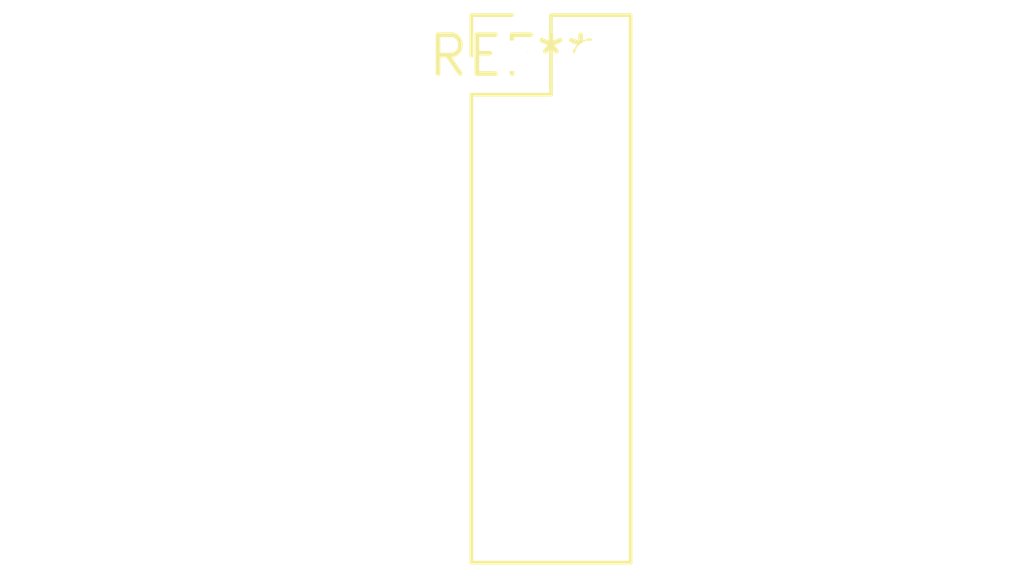
<source format=kicad_pcb>
(kicad_pcb (version 20240108) (generator pcbnew)
  (layers (0 "F.Cu" signal) (31 "B.Cu" signal) (34 "B.Paste" user) (35 "F.Paste" user) (36 "B.SilkS" user "B.Silkscreen") (37 "F.SilkS" user "F.Silkscreen") (38 "B.Mask" user) (39 "F.Mask" user) (44 "Edge.Cuts" user))
  (net 0 "")
  (footprint "PinHeader_2x07_P2.54mm_Vertical" (layer "F.Cu") (at 0 0)
    (property "Reference" "REF**")
    (property "Value" "PinHeader_2x07_P2.54mm_Vertical")
    (fp_line (start -1.33 -1.33) (end 0 -1.33) (layer "F.SilkS") (stroke (width 0.12)))
    (fp_line (start -1.33 0) (end -1.33 -1.33) (layer "F.SilkS") (stroke (width 0.12)))
    (fp_line (start -1.33 1.27) (end -1.33 16.57) (layer "F.SilkS") (stroke (width 0.12)))
    (fp_line (start -1.33 1.27) (end 1.27 1.27) (layer "F.SilkS") (stroke (width 0.12)))
    (fp_line (start -1.33 16.57) (end 3.87 16.57) (layer "F.SilkS") (stroke (width 0.12)))
    (fp_line (start 1.27 -1.33) (end 3.87 -1.33) (layer "F.SilkS") (stroke (width 0.12)))
    (fp_line (start 1.27 1.27) (end 1.27 -1.33) (layer "F.SilkS") (stroke (width 0.12)))
    (fp_line (start 3.87 -1.33) (end 3.87 16.57) (layer "F.SilkS") (stroke (width 0.12)))
    (pad "1" thru_hole rect (at 0 0) (size 1.7 1.7) (drill 1) (layers *.Cu *.Mask) (remove_unused_layers))
    (pad "2" thru_hole oval (at 2.54 0) (size 1.7 1.7) (drill 1) (layers *.Cu *.Mask) (remove_unused_layers))
    (pad "3" thru_hole oval (at 0 2.54) (size 1.7 1.7) (drill 1) (layers *.Cu *.Mask) (remove_unused_layers))
    (pad "4" thru_hole oval (at 2.54 2.54) (size 1.7 1.7) (drill 1) (layers *.Cu *.Mask) (remove_unused_layers))
    (pad "5" thru_hole oval (at 0 5.08) (size 1.7 1.7) (drill 1) (layers *.Cu *.Mask) (remove_unused_layers))
    (pad "6" thru_hole oval (at 2.54 5.08) (size 1.7 1.7) (drill 1) (layers *.Cu *.Mask) (remove_unused_layers))
    (pad "7" thru_hole oval (at 0 7.62) (size 1.7 1.7) (drill 1) (layers *.Cu *.Mask) (remove_unused_layers))
    (pad "8" thru_hole oval (at 2.54 7.62) (size 1.7 1.7) (drill 1) (layers *.Cu *.Mask) (remove_unused_layers))
    (pad "9" thru_hole oval (at 0 10.16) (size 1.7 1.7) (drill 1) (layers *.Cu *.Mask) (remove_unused_layers))
    (pad "10" thru_hole oval (at 2.54 10.16) (size 1.7 1.7) (drill 1) (layers *.Cu *.Mask) (remove_unused_layers))
    (pad "11" thru_hole oval (at 0 12.7) (size 1.7 1.7) (drill 1) (layers *.Cu *.Mask) (remove_unused_layers))
    (pad "12" thru_hole oval (at 2.54 12.7) (size 1.7 1.7) (drill 1) (layers *.Cu *.Mask) (remove_unused_layers))
    (pad "13" thru_hole oval (at 0 15.24) (size 1.7 1.7) (drill 1) (layers *.Cu *.Mask) (remove_unused_layers))
    (pad "14" thru_hole oval (at 2.54 15.24) (size 1.7 1.7) (drill 1) (layers *.Cu *.Mask) (remove_unused_layers))
  )
)
</source>
